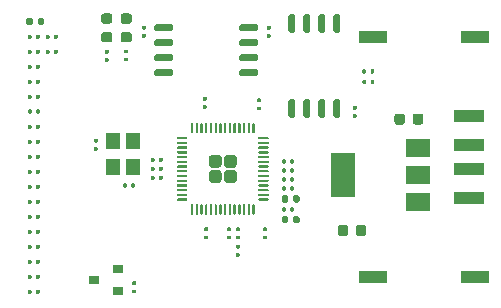
<source format=gbr>
%TF.GenerationSoftware,KiCad,Pcbnew,(5.1.9)-1*%
%TF.CreationDate,2021-09-09T09:31:17+08:00*%
%TF.ProjectId,RP2040,52503230-3430-42e6-9b69-6361645f7063,rev?*%
%TF.SameCoordinates,Original*%
%TF.FileFunction,Paste,Top*%
%TF.FilePolarity,Positive*%
%FSLAX46Y46*%
G04 Gerber Fmt 4.6, Leading zero omitted, Abs format (unit mm)*
G04 Created by KiCad (PCBNEW (5.1.9)-1) date 2021-09-09 09:31:17*
%MOMM*%
%LPD*%
G01*
G04 APERTURE LIST*
%ADD10R,1.200000X1.400000*%
%ADD11R,2.500000X1.100000*%
%ADD12R,2.440000X1.120000*%
%ADD13R,2.000000X1.500000*%
%ADD14R,2.000000X3.800000*%
%ADD15R,0.900000X0.800000*%
G04 APERTURE END LIST*
%TO.C,R6*%
G36*
G01*
X155201200Y-91466500D02*
X155201200Y-91667500D01*
G75*
G02*
X155121700Y-91747000I-79500J0D01*
G01*
X154962700Y-91747000D01*
G75*
G02*
X154883200Y-91667500I0J79500D01*
G01*
X154883200Y-91466500D01*
G75*
G02*
X154962700Y-91387000I79500J0D01*
G01*
X155121700Y-91387000D01*
G75*
G02*
X155201200Y-91466500I0J-79500D01*
G01*
G37*
G36*
G01*
X155891200Y-91466500D02*
X155891200Y-91667500D01*
G75*
G02*
X155811700Y-91747000I-79500J0D01*
G01*
X155652700Y-91747000D01*
G75*
G02*
X155573200Y-91667500I0J79500D01*
G01*
X155573200Y-91466500D01*
G75*
G02*
X155652700Y-91387000I79500J0D01*
G01*
X155811700Y-91387000D01*
G75*
G02*
X155891200Y-91466500I0J-79500D01*
G01*
G37*
%TD*%
%TO.C,R10*%
G36*
G01*
X151029500Y-97036200D02*
X151230500Y-97036200D01*
G75*
G02*
X151310000Y-97115700I0J-79500D01*
G01*
X151310000Y-97274700D01*
G75*
G02*
X151230500Y-97354200I-79500J0D01*
G01*
X151029500Y-97354200D01*
G75*
G02*
X150950000Y-97274700I0J79500D01*
G01*
X150950000Y-97115700D01*
G75*
G02*
X151029500Y-97036200I79500J0D01*
G01*
G37*
G36*
G01*
X151029500Y-96346200D02*
X151230500Y-96346200D01*
G75*
G02*
X151310000Y-96425700I0J-79500D01*
G01*
X151310000Y-96584700D01*
G75*
G02*
X151230500Y-96664200I-79500J0D01*
G01*
X151029500Y-96664200D01*
G75*
G02*
X150950000Y-96584700I0J79500D01*
G01*
X150950000Y-96425700D01*
G75*
G02*
X151029500Y-96346200I79500J0D01*
G01*
G37*
%TD*%
%TO.C,C8*%
G36*
G01*
X155583200Y-89381500D02*
X155583200Y-89180500D01*
G75*
G02*
X155662700Y-89101000I79500J0D01*
G01*
X155821700Y-89101000D01*
G75*
G02*
X155901200Y-89180500I0J-79500D01*
G01*
X155901200Y-89381500D01*
G75*
G02*
X155821700Y-89461000I-79500J0D01*
G01*
X155662700Y-89461000D01*
G75*
G02*
X155583200Y-89381500I0J79500D01*
G01*
G37*
G36*
G01*
X154893200Y-89381500D02*
X154893200Y-89180500D01*
G75*
G02*
X154972700Y-89101000I79500J0D01*
G01*
X155131700Y-89101000D01*
G75*
G02*
X155211200Y-89180500I0J-79500D01*
G01*
X155211200Y-89381500D01*
G75*
G02*
X155131700Y-89461000I-79500J0D01*
G01*
X154972700Y-89461000D01*
G75*
G02*
X154893200Y-89381500I0J79500D01*
G01*
G37*
%TD*%
%TO.C,R7*%
G36*
G01*
X150468500Y-95191000D02*
X150267500Y-95191000D01*
G75*
G02*
X150188000Y-95111500I0J79500D01*
G01*
X150188000Y-94952500D01*
G75*
G02*
X150267500Y-94873000I79500J0D01*
G01*
X150468500Y-94873000D01*
G75*
G02*
X150548000Y-94952500I0J-79500D01*
G01*
X150548000Y-95111500D01*
G75*
G02*
X150468500Y-95191000I-79500J0D01*
G01*
G37*
G36*
G01*
X150468500Y-95881000D02*
X150267500Y-95881000D01*
G75*
G02*
X150188000Y-95801500I0J79500D01*
G01*
X150188000Y-95642500D01*
G75*
G02*
X150267500Y-95563000I79500J0D01*
G01*
X150468500Y-95563000D01*
G75*
G02*
X150548000Y-95642500I0J-79500D01*
G01*
X150548000Y-95801500D01*
G75*
G02*
X150468500Y-95881000I-79500J0D01*
G01*
G37*
%TD*%
D10*
%TO.C,Y1*%
X140551800Y-89771400D03*
X140551800Y-87571400D03*
X142251800Y-87571400D03*
X142251800Y-89771400D03*
%TD*%
D11*
%TO.C,J1*%
X170690000Y-92400000D03*
X170690000Y-85400000D03*
X170690000Y-89900000D03*
X170690000Y-87900000D03*
%TD*%
%TO.C,U2*%
G36*
G01*
X159362000Y-84003800D02*
X159662000Y-84003800D01*
G75*
G02*
X159812000Y-84153800I0J-150000D01*
G01*
X159812000Y-85453800D01*
G75*
G02*
X159662000Y-85603800I-150000J0D01*
G01*
X159362000Y-85603800D01*
G75*
G02*
X159212000Y-85453800I0J150000D01*
G01*
X159212000Y-84153800D01*
G75*
G02*
X159362000Y-84003800I150000J0D01*
G01*
G37*
G36*
G01*
X158092000Y-84003800D02*
X158392000Y-84003800D01*
G75*
G02*
X158542000Y-84153800I0J-150000D01*
G01*
X158542000Y-85453800D01*
G75*
G02*
X158392000Y-85603800I-150000J0D01*
G01*
X158092000Y-85603800D01*
G75*
G02*
X157942000Y-85453800I0J150000D01*
G01*
X157942000Y-84153800D01*
G75*
G02*
X158092000Y-84003800I150000J0D01*
G01*
G37*
G36*
G01*
X156822000Y-84003800D02*
X157122000Y-84003800D01*
G75*
G02*
X157272000Y-84153800I0J-150000D01*
G01*
X157272000Y-85453800D01*
G75*
G02*
X157122000Y-85603800I-150000J0D01*
G01*
X156822000Y-85603800D01*
G75*
G02*
X156672000Y-85453800I0J150000D01*
G01*
X156672000Y-84153800D01*
G75*
G02*
X156822000Y-84003800I150000J0D01*
G01*
G37*
G36*
G01*
X155552000Y-84003800D02*
X155852000Y-84003800D01*
G75*
G02*
X156002000Y-84153800I0J-150000D01*
G01*
X156002000Y-85453800D01*
G75*
G02*
X155852000Y-85603800I-150000J0D01*
G01*
X155552000Y-85603800D01*
G75*
G02*
X155402000Y-85453800I0J150000D01*
G01*
X155402000Y-84153800D01*
G75*
G02*
X155552000Y-84003800I150000J0D01*
G01*
G37*
G36*
G01*
X155552000Y-76803800D02*
X155852000Y-76803800D01*
G75*
G02*
X156002000Y-76953800I0J-150000D01*
G01*
X156002000Y-78253800D01*
G75*
G02*
X155852000Y-78403800I-150000J0D01*
G01*
X155552000Y-78403800D01*
G75*
G02*
X155402000Y-78253800I0J150000D01*
G01*
X155402000Y-76953800D01*
G75*
G02*
X155552000Y-76803800I150000J0D01*
G01*
G37*
G36*
G01*
X156822000Y-76803800D02*
X157122000Y-76803800D01*
G75*
G02*
X157272000Y-76953800I0J-150000D01*
G01*
X157272000Y-78253800D01*
G75*
G02*
X157122000Y-78403800I-150000J0D01*
G01*
X156822000Y-78403800D01*
G75*
G02*
X156672000Y-78253800I0J150000D01*
G01*
X156672000Y-76953800D01*
G75*
G02*
X156822000Y-76803800I150000J0D01*
G01*
G37*
G36*
G01*
X158092000Y-76803800D02*
X158392000Y-76803800D01*
G75*
G02*
X158542000Y-76953800I0J-150000D01*
G01*
X158542000Y-78253800D01*
G75*
G02*
X158392000Y-78403800I-150000J0D01*
G01*
X158092000Y-78403800D01*
G75*
G02*
X157942000Y-78253800I0J150000D01*
G01*
X157942000Y-76953800D01*
G75*
G02*
X158092000Y-76803800I150000J0D01*
G01*
G37*
G36*
G01*
X159362000Y-76803800D02*
X159662000Y-76803800D01*
G75*
G02*
X159812000Y-76953800I0J-150000D01*
G01*
X159812000Y-78253800D01*
G75*
G02*
X159662000Y-78403800I-150000J0D01*
G01*
X159362000Y-78403800D01*
G75*
G02*
X159212000Y-78253800I0J150000D01*
G01*
X159212000Y-76953800D01*
G75*
G02*
X159362000Y-76803800I150000J0D01*
G01*
G37*
%TD*%
%TO.C,U1*%
G36*
G01*
X151263000Y-78128000D02*
X151263000Y-77828000D01*
G75*
G02*
X151413000Y-77678000I150000J0D01*
G01*
X152713000Y-77678000D01*
G75*
G02*
X152863000Y-77828000I0J-150000D01*
G01*
X152863000Y-78128000D01*
G75*
G02*
X152713000Y-78278000I-150000J0D01*
G01*
X151413000Y-78278000D01*
G75*
G02*
X151263000Y-78128000I0J150000D01*
G01*
G37*
G36*
G01*
X151263000Y-79398000D02*
X151263000Y-79098000D01*
G75*
G02*
X151413000Y-78948000I150000J0D01*
G01*
X152713000Y-78948000D01*
G75*
G02*
X152863000Y-79098000I0J-150000D01*
G01*
X152863000Y-79398000D01*
G75*
G02*
X152713000Y-79548000I-150000J0D01*
G01*
X151413000Y-79548000D01*
G75*
G02*
X151263000Y-79398000I0J150000D01*
G01*
G37*
G36*
G01*
X151263000Y-80668000D02*
X151263000Y-80368000D01*
G75*
G02*
X151413000Y-80218000I150000J0D01*
G01*
X152713000Y-80218000D01*
G75*
G02*
X152863000Y-80368000I0J-150000D01*
G01*
X152863000Y-80668000D01*
G75*
G02*
X152713000Y-80818000I-150000J0D01*
G01*
X151413000Y-80818000D01*
G75*
G02*
X151263000Y-80668000I0J150000D01*
G01*
G37*
G36*
G01*
X151263000Y-81938000D02*
X151263000Y-81638000D01*
G75*
G02*
X151413000Y-81488000I150000J0D01*
G01*
X152713000Y-81488000D01*
G75*
G02*
X152863000Y-81638000I0J-150000D01*
G01*
X152863000Y-81938000D01*
G75*
G02*
X152713000Y-82088000I-150000J0D01*
G01*
X151413000Y-82088000D01*
G75*
G02*
X151263000Y-81938000I0J150000D01*
G01*
G37*
G36*
G01*
X144063000Y-81938000D02*
X144063000Y-81638000D01*
G75*
G02*
X144213000Y-81488000I150000J0D01*
G01*
X145513000Y-81488000D01*
G75*
G02*
X145663000Y-81638000I0J-150000D01*
G01*
X145663000Y-81938000D01*
G75*
G02*
X145513000Y-82088000I-150000J0D01*
G01*
X144213000Y-82088000D01*
G75*
G02*
X144063000Y-81938000I0J150000D01*
G01*
G37*
G36*
G01*
X144063000Y-80668000D02*
X144063000Y-80368000D01*
G75*
G02*
X144213000Y-80218000I150000J0D01*
G01*
X145513000Y-80218000D01*
G75*
G02*
X145663000Y-80368000I0J-150000D01*
G01*
X145663000Y-80668000D01*
G75*
G02*
X145513000Y-80818000I-150000J0D01*
G01*
X144213000Y-80818000D01*
G75*
G02*
X144063000Y-80668000I0J150000D01*
G01*
G37*
G36*
G01*
X144063000Y-79398000D02*
X144063000Y-79098000D01*
G75*
G02*
X144213000Y-78948000I150000J0D01*
G01*
X145513000Y-78948000D01*
G75*
G02*
X145663000Y-79098000I0J-150000D01*
G01*
X145663000Y-79398000D01*
G75*
G02*
X145513000Y-79548000I-150000J0D01*
G01*
X144213000Y-79548000D01*
G75*
G02*
X144063000Y-79398000I0J150000D01*
G01*
G37*
G36*
G01*
X144063000Y-78128000D02*
X144063000Y-77828000D01*
G75*
G02*
X144213000Y-77678000I150000J0D01*
G01*
X145513000Y-77678000D01*
G75*
G02*
X145663000Y-77828000I0J-150000D01*
G01*
X145663000Y-78128000D01*
G75*
G02*
X145513000Y-78278000I-150000J0D01*
G01*
X144213000Y-78278000D01*
G75*
G02*
X144063000Y-78128000I0J150000D01*
G01*
G37*
%TD*%
D12*
%TO.C,SW2*%
X171183000Y-99060000D03*
X162573000Y-99060000D03*
%TD*%
%TO.C,R31*%
G36*
G01*
X134044000Y-100430500D02*
X134044000Y-100229500D01*
G75*
G02*
X134123500Y-100150000I79500J0D01*
G01*
X134282500Y-100150000D01*
G75*
G02*
X134362000Y-100229500I0J-79500D01*
G01*
X134362000Y-100430500D01*
G75*
G02*
X134282500Y-100510000I-79500J0D01*
G01*
X134123500Y-100510000D01*
G75*
G02*
X134044000Y-100430500I0J79500D01*
G01*
G37*
G36*
G01*
X133354000Y-100430500D02*
X133354000Y-100229500D01*
G75*
G02*
X133433500Y-100150000I79500J0D01*
G01*
X133592500Y-100150000D01*
G75*
G02*
X133672000Y-100229500I0J-79500D01*
G01*
X133672000Y-100430500D01*
G75*
G02*
X133592500Y-100510000I-79500J0D01*
G01*
X133433500Y-100510000D01*
G75*
G02*
X133354000Y-100430500I0J79500D01*
G01*
G37*
%TD*%
%TO.C,R30*%
G36*
G01*
X134044000Y-97890500D02*
X134044000Y-97689500D01*
G75*
G02*
X134123500Y-97610000I79500J0D01*
G01*
X134282500Y-97610000D01*
G75*
G02*
X134362000Y-97689500I0J-79500D01*
G01*
X134362000Y-97890500D01*
G75*
G02*
X134282500Y-97970000I-79500J0D01*
G01*
X134123500Y-97970000D01*
G75*
G02*
X134044000Y-97890500I0J79500D01*
G01*
G37*
G36*
G01*
X133354000Y-97890500D02*
X133354000Y-97689500D01*
G75*
G02*
X133433500Y-97610000I79500J0D01*
G01*
X133592500Y-97610000D01*
G75*
G02*
X133672000Y-97689500I0J-79500D01*
G01*
X133672000Y-97890500D01*
G75*
G02*
X133592500Y-97970000I-79500J0D01*
G01*
X133433500Y-97970000D01*
G75*
G02*
X133354000Y-97890500I0J79500D01*
G01*
G37*
%TD*%
%TO.C,R29*%
G36*
G01*
X134044000Y-95350500D02*
X134044000Y-95149500D01*
G75*
G02*
X134123500Y-95070000I79500J0D01*
G01*
X134282500Y-95070000D01*
G75*
G02*
X134362000Y-95149500I0J-79500D01*
G01*
X134362000Y-95350500D01*
G75*
G02*
X134282500Y-95430000I-79500J0D01*
G01*
X134123500Y-95430000D01*
G75*
G02*
X134044000Y-95350500I0J79500D01*
G01*
G37*
G36*
G01*
X133354000Y-95350500D02*
X133354000Y-95149500D01*
G75*
G02*
X133433500Y-95070000I79500J0D01*
G01*
X133592500Y-95070000D01*
G75*
G02*
X133672000Y-95149500I0J-79500D01*
G01*
X133672000Y-95350500D01*
G75*
G02*
X133592500Y-95430000I-79500J0D01*
G01*
X133433500Y-95430000D01*
G75*
G02*
X133354000Y-95350500I0J79500D01*
G01*
G37*
%TD*%
%TO.C,R28*%
G36*
G01*
X134044000Y-92810500D02*
X134044000Y-92609500D01*
G75*
G02*
X134123500Y-92530000I79500J0D01*
G01*
X134282500Y-92530000D01*
G75*
G02*
X134362000Y-92609500I0J-79500D01*
G01*
X134362000Y-92810500D01*
G75*
G02*
X134282500Y-92890000I-79500J0D01*
G01*
X134123500Y-92890000D01*
G75*
G02*
X134044000Y-92810500I0J79500D01*
G01*
G37*
G36*
G01*
X133354000Y-92810500D02*
X133354000Y-92609500D01*
G75*
G02*
X133433500Y-92530000I79500J0D01*
G01*
X133592500Y-92530000D01*
G75*
G02*
X133672000Y-92609500I0J-79500D01*
G01*
X133672000Y-92810500D01*
G75*
G02*
X133592500Y-92890000I-79500J0D01*
G01*
X133433500Y-92890000D01*
G75*
G02*
X133354000Y-92810500I0J79500D01*
G01*
G37*
%TD*%
%TO.C,R27*%
G36*
G01*
X134044000Y-90270500D02*
X134044000Y-90069500D01*
G75*
G02*
X134123500Y-89990000I79500J0D01*
G01*
X134282500Y-89990000D01*
G75*
G02*
X134362000Y-90069500I0J-79500D01*
G01*
X134362000Y-90270500D01*
G75*
G02*
X134282500Y-90350000I-79500J0D01*
G01*
X134123500Y-90350000D01*
G75*
G02*
X134044000Y-90270500I0J79500D01*
G01*
G37*
G36*
G01*
X133354000Y-90270500D02*
X133354000Y-90069500D01*
G75*
G02*
X133433500Y-89990000I79500J0D01*
G01*
X133592500Y-89990000D01*
G75*
G02*
X133672000Y-90069500I0J-79500D01*
G01*
X133672000Y-90270500D01*
G75*
G02*
X133592500Y-90350000I-79500J0D01*
G01*
X133433500Y-90350000D01*
G75*
G02*
X133354000Y-90270500I0J79500D01*
G01*
G37*
%TD*%
%TO.C,R26*%
G36*
G01*
X134044000Y-87730500D02*
X134044000Y-87529500D01*
G75*
G02*
X134123500Y-87450000I79500J0D01*
G01*
X134282500Y-87450000D01*
G75*
G02*
X134362000Y-87529500I0J-79500D01*
G01*
X134362000Y-87730500D01*
G75*
G02*
X134282500Y-87810000I-79500J0D01*
G01*
X134123500Y-87810000D01*
G75*
G02*
X134044000Y-87730500I0J79500D01*
G01*
G37*
G36*
G01*
X133354000Y-87730500D02*
X133354000Y-87529500D01*
G75*
G02*
X133433500Y-87450000I79500J0D01*
G01*
X133592500Y-87450000D01*
G75*
G02*
X133672000Y-87529500I0J-79500D01*
G01*
X133672000Y-87730500D01*
G75*
G02*
X133592500Y-87810000I-79500J0D01*
G01*
X133433500Y-87810000D01*
G75*
G02*
X133354000Y-87730500I0J79500D01*
G01*
G37*
%TD*%
%TO.C,R25*%
G36*
G01*
X134044000Y-85165100D02*
X134044000Y-84964100D01*
G75*
G02*
X134123500Y-84884600I79500J0D01*
G01*
X134282500Y-84884600D01*
G75*
G02*
X134362000Y-84964100I0J-79500D01*
G01*
X134362000Y-85165100D01*
G75*
G02*
X134282500Y-85244600I-79500J0D01*
G01*
X134123500Y-85244600D01*
G75*
G02*
X134044000Y-85165100I0J79500D01*
G01*
G37*
G36*
G01*
X133354000Y-85165100D02*
X133354000Y-84964100D01*
G75*
G02*
X133433500Y-84884600I79500J0D01*
G01*
X133592500Y-84884600D01*
G75*
G02*
X133672000Y-84964100I0J-79500D01*
G01*
X133672000Y-85165100D01*
G75*
G02*
X133592500Y-85244600I-79500J0D01*
G01*
X133433500Y-85244600D01*
G75*
G02*
X133354000Y-85165100I0J79500D01*
G01*
G37*
%TD*%
%TO.C,R24*%
G36*
G01*
X134044000Y-82650500D02*
X134044000Y-82449500D01*
G75*
G02*
X134123500Y-82370000I79500J0D01*
G01*
X134282500Y-82370000D01*
G75*
G02*
X134362000Y-82449500I0J-79500D01*
G01*
X134362000Y-82650500D01*
G75*
G02*
X134282500Y-82730000I-79500J0D01*
G01*
X134123500Y-82730000D01*
G75*
G02*
X134044000Y-82650500I0J79500D01*
G01*
G37*
G36*
G01*
X133354000Y-82650500D02*
X133354000Y-82449500D01*
G75*
G02*
X133433500Y-82370000I79500J0D01*
G01*
X133592500Y-82370000D01*
G75*
G02*
X133672000Y-82449500I0J-79500D01*
G01*
X133672000Y-82650500D01*
G75*
G02*
X133592500Y-82730000I-79500J0D01*
G01*
X133433500Y-82730000D01*
G75*
G02*
X133354000Y-82650500I0J79500D01*
G01*
G37*
%TD*%
%TO.C,R23*%
G36*
G01*
X134044000Y-80110500D02*
X134044000Y-79909500D01*
G75*
G02*
X134123500Y-79830000I79500J0D01*
G01*
X134282500Y-79830000D01*
G75*
G02*
X134362000Y-79909500I0J-79500D01*
G01*
X134362000Y-80110500D01*
G75*
G02*
X134282500Y-80190000I-79500J0D01*
G01*
X134123500Y-80190000D01*
G75*
G02*
X134044000Y-80110500I0J79500D01*
G01*
G37*
G36*
G01*
X133354000Y-80110500D02*
X133354000Y-79909500D01*
G75*
G02*
X133433500Y-79830000I79500J0D01*
G01*
X133592500Y-79830000D01*
G75*
G02*
X133672000Y-79909500I0J-79500D01*
G01*
X133672000Y-80110500D01*
G75*
G02*
X133592500Y-80190000I-79500J0D01*
G01*
X133433500Y-80190000D01*
G75*
G02*
X133354000Y-80110500I0J79500D01*
G01*
G37*
%TD*%
%TO.C,R20*%
G36*
G01*
X133672000Y-98959500D02*
X133672000Y-99160500D01*
G75*
G02*
X133592500Y-99240000I-79500J0D01*
G01*
X133433500Y-99240000D01*
G75*
G02*
X133354000Y-99160500I0J79500D01*
G01*
X133354000Y-98959500D01*
G75*
G02*
X133433500Y-98880000I79500J0D01*
G01*
X133592500Y-98880000D01*
G75*
G02*
X133672000Y-98959500I0J-79500D01*
G01*
G37*
G36*
G01*
X134362000Y-98959500D02*
X134362000Y-99160500D01*
G75*
G02*
X134282500Y-99240000I-79500J0D01*
G01*
X134123500Y-99240000D01*
G75*
G02*
X134044000Y-99160500I0J79500D01*
G01*
X134044000Y-98959500D01*
G75*
G02*
X134123500Y-98880000I79500J0D01*
G01*
X134282500Y-98880000D01*
G75*
G02*
X134362000Y-98959500I0J-79500D01*
G01*
G37*
%TD*%
%TO.C,R19*%
G36*
G01*
X133672000Y-96419500D02*
X133672000Y-96620500D01*
G75*
G02*
X133592500Y-96700000I-79500J0D01*
G01*
X133433500Y-96700000D01*
G75*
G02*
X133354000Y-96620500I0J79500D01*
G01*
X133354000Y-96419500D01*
G75*
G02*
X133433500Y-96340000I79500J0D01*
G01*
X133592500Y-96340000D01*
G75*
G02*
X133672000Y-96419500I0J-79500D01*
G01*
G37*
G36*
G01*
X134362000Y-96419500D02*
X134362000Y-96620500D01*
G75*
G02*
X134282500Y-96700000I-79500J0D01*
G01*
X134123500Y-96700000D01*
G75*
G02*
X134044000Y-96620500I0J79500D01*
G01*
X134044000Y-96419500D01*
G75*
G02*
X134123500Y-96340000I79500J0D01*
G01*
X134282500Y-96340000D01*
G75*
G02*
X134362000Y-96419500I0J-79500D01*
G01*
G37*
%TD*%
%TO.C,R18*%
G36*
G01*
X133672000Y-93879500D02*
X133672000Y-94080500D01*
G75*
G02*
X133592500Y-94160000I-79500J0D01*
G01*
X133433500Y-94160000D01*
G75*
G02*
X133354000Y-94080500I0J79500D01*
G01*
X133354000Y-93879500D01*
G75*
G02*
X133433500Y-93800000I79500J0D01*
G01*
X133592500Y-93800000D01*
G75*
G02*
X133672000Y-93879500I0J-79500D01*
G01*
G37*
G36*
G01*
X134362000Y-93879500D02*
X134362000Y-94080500D01*
G75*
G02*
X134282500Y-94160000I-79500J0D01*
G01*
X134123500Y-94160000D01*
G75*
G02*
X134044000Y-94080500I0J79500D01*
G01*
X134044000Y-93879500D01*
G75*
G02*
X134123500Y-93800000I79500J0D01*
G01*
X134282500Y-93800000D01*
G75*
G02*
X134362000Y-93879500I0J-79500D01*
G01*
G37*
%TD*%
%TO.C,R17*%
G36*
G01*
X133672000Y-91339500D02*
X133672000Y-91540500D01*
G75*
G02*
X133592500Y-91620000I-79500J0D01*
G01*
X133433500Y-91620000D01*
G75*
G02*
X133354000Y-91540500I0J79500D01*
G01*
X133354000Y-91339500D01*
G75*
G02*
X133433500Y-91260000I79500J0D01*
G01*
X133592500Y-91260000D01*
G75*
G02*
X133672000Y-91339500I0J-79500D01*
G01*
G37*
G36*
G01*
X134362000Y-91339500D02*
X134362000Y-91540500D01*
G75*
G02*
X134282500Y-91620000I-79500J0D01*
G01*
X134123500Y-91620000D01*
G75*
G02*
X134044000Y-91540500I0J79500D01*
G01*
X134044000Y-91339500D01*
G75*
G02*
X134123500Y-91260000I79500J0D01*
G01*
X134282500Y-91260000D01*
G75*
G02*
X134362000Y-91339500I0J-79500D01*
G01*
G37*
%TD*%
%TO.C,R16*%
G36*
G01*
X133672000Y-88799500D02*
X133672000Y-89000500D01*
G75*
G02*
X133592500Y-89080000I-79500J0D01*
G01*
X133433500Y-89080000D01*
G75*
G02*
X133354000Y-89000500I0J79500D01*
G01*
X133354000Y-88799500D01*
G75*
G02*
X133433500Y-88720000I79500J0D01*
G01*
X133592500Y-88720000D01*
G75*
G02*
X133672000Y-88799500I0J-79500D01*
G01*
G37*
G36*
G01*
X134362000Y-88799500D02*
X134362000Y-89000500D01*
G75*
G02*
X134282500Y-89080000I-79500J0D01*
G01*
X134123500Y-89080000D01*
G75*
G02*
X134044000Y-89000500I0J79500D01*
G01*
X134044000Y-88799500D01*
G75*
G02*
X134123500Y-88720000I79500J0D01*
G01*
X134282500Y-88720000D01*
G75*
G02*
X134362000Y-88799500I0J-79500D01*
G01*
G37*
%TD*%
%TO.C,R15*%
G36*
G01*
X133672000Y-86259500D02*
X133672000Y-86460500D01*
G75*
G02*
X133592500Y-86540000I-79500J0D01*
G01*
X133433500Y-86540000D01*
G75*
G02*
X133354000Y-86460500I0J79500D01*
G01*
X133354000Y-86259500D01*
G75*
G02*
X133433500Y-86180000I79500J0D01*
G01*
X133592500Y-86180000D01*
G75*
G02*
X133672000Y-86259500I0J-79500D01*
G01*
G37*
G36*
G01*
X134362000Y-86259500D02*
X134362000Y-86460500D01*
G75*
G02*
X134282500Y-86540000I-79500J0D01*
G01*
X134123500Y-86540000D01*
G75*
G02*
X134044000Y-86460500I0J79500D01*
G01*
X134044000Y-86259500D01*
G75*
G02*
X134123500Y-86180000I79500J0D01*
G01*
X134282500Y-86180000D01*
G75*
G02*
X134362000Y-86259500I0J-79500D01*
G01*
G37*
%TD*%
%TO.C,R14*%
G36*
G01*
X133672000Y-83719500D02*
X133672000Y-83920500D01*
G75*
G02*
X133592500Y-84000000I-79500J0D01*
G01*
X133433500Y-84000000D01*
G75*
G02*
X133354000Y-83920500I0J79500D01*
G01*
X133354000Y-83719500D01*
G75*
G02*
X133433500Y-83640000I79500J0D01*
G01*
X133592500Y-83640000D01*
G75*
G02*
X133672000Y-83719500I0J-79500D01*
G01*
G37*
G36*
G01*
X134362000Y-83719500D02*
X134362000Y-83920500D01*
G75*
G02*
X134282500Y-84000000I-79500J0D01*
G01*
X134123500Y-84000000D01*
G75*
G02*
X134044000Y-83920500I0J79500D01*
G01*
X134044000Y-83719500D01*
G75*
G02*
X134123500Y-83640000I79500J0D01*
G01*
X134282500Y-83640000D01*
G75*
G02*
X134362000Y-83719500I0J-79500D01*
G01*
G37*
%TD*%
%TO.C,R13*%
G36*
G01*
X133672000Y-81179500D02*
X133672000Y-81380500D01*
G75*
G02*
X133592500Y-81460000I-79500J0D01*
G01*
X133433500Y-81460000D01*
G75*
G02*
X133354000Y-81380500I0J79500D01*
G01*
X133354000Y-81179500D01*
G75*
G02*
X133433500Y-81100000I79500J0D01*
G01*
X133592500Y-81100000D01*
G75*
G02*
X133672000Y-81179500I0J-79500D01*
G01*
G37*
G36*
G01*
X134362000Y-81179500D02*
X134362000Y-81380500D01*
G75*
G02*
X134282500Y-81460000I-79500J0D01*
G01*
X134123500Y-81460000D01*
G75*
G02*
X134044000Y-81380500I0J79500D01*
G01*
X134044000Y-81179500D01*
G75*
G02*
X134123500Y-81100000I79500J0D01*
G01*
X134282500Y-81100000D01*
G75*
G02*
X134362000Y-81179500I0J-79500D01*
G01*
G37*
%TD*%
%TO.C,R12*%
G36*
G01*
X133672000Y-78639500D02*
X133672000Y-78840500D01*
G75*
G02*
X133592500Y-78920000I-79500J0D01*
G01*
X133433500Y-78920000D01*
G75*
G02*
X133354000Y-78840500I0J79500D01*
G01*
X133354000Y-78639500D01*
G75*
G02*
X133433500Y-78560000I79500J0D01*
G01*
X133592500Y-78560000D01*
G75*
G02*
X133672000Y-78639500I0J-79500D01*
G01*
G37*
G36*
G01*
X134362000Y-78639500D02*
X134362000Y-78840500D01*
G75*
G02*
X134282500Y-78920000I-79500J0D01*
G01*
X134123500Y-78920000D01*
G75*
G02*
X134044000Y-78840500I0J79500D01*
G01*
X134044000Y-78639500D01*
G75*
G02*
X134123500Y-78560000I79500J0D01*
G01*
X134282500Y-78560000D01*
G75*
G02*
X134362000Y-78639500I0J-79500D01*
G01*
G37*
%TD*%
%TO.C,R2*%
G36*
G01*
X143280300Y-78122200D02*
X143079300Y-78122200D01*
G75*
G02*
X142999800Y-78042700I0J79500D01*
G01*
X142999800Y-77883700D01*
G75*
G02*
X143079300Y-77804200I79500J0D01*
G01*
X143280300Y-77804200D01*
G75*
G02*
X143359800Y-77883700I0J-79500D01*
G01*
X143359800Y-78042700D01*
G75*
G02*
X143280300Y-78122200I-79500J0D01*
G01*
G37*
G36*
G01*
X143280300Y-78812200D02*
X143079300Y-78812200D01*
G75*
G02*
X142999800Y-78732700I0J79500D01*
G01*
X142999800Y-78573700D01*
G75*
G02*
X143079300Y-78494200I79500J0D01*
G01*
X143280300Y-78494200D01*
G75*
G02*
X143359800Y-78573700I0J-79500D01*
G01*
X143359800Y-78732700D01*
G75*
G02*
X143280300Y-78812200I-79500J0D01*
G01*
G37*
%TD*%
%TO.C,C17*%
G36*
G01*
X133785000Y-77274600D02*
X133785000Y-77614600D01*
G75*
G02*
X133645000Y-77754600I-140000J0D01*
G01*
X133365000Y-77754600D01*
G75*
G02*
X133225000Y-77614600I0J140000D01*
G01*
X133225000Y-77274600D01*
G75*
G02*
X133365000Y-77134600I140000J0D01*
G01*
X133645000Y-77134600D01*
G75*
G02*
X133785000Y-77274600I0J-140000D01*
G01*
G37*
G36*
G01*
X134745000Y-77274600D02*
X134745000Y-77614600D01*
G75*
G02*
X134605000Y-77754600I-140000J0D01*
G01*
X134325000Y-77754600D01*
G75*
G02*
X134185000Y-77614600I0J140000D01*
G01*
X134185000Y-77274600D01*
G75*
G02*
X134325000Y-77134600I140000J0D01*
G01*
X134605000Y-77134600D01*
G75*
G02*
X134745000Y-77274600I0J-140000D01*
G01*
G37*
%TD*%
%TO.C,C3*%
G36*
G01*
X153645700Y-78494200D02*
X153846700Y-78494200D01*
G75*
G02*
X153926200Y-78573700I0J-79500D01*
G01*
X153926200Y-78732700D01*
G75*
G02*
X153846700Y-78812200I-79500J0D01*
G01*
X153645700Y-78812200D01*
G75*
G02*
X153566200Y-78732700I0J79500D01*
G01*
X153566200Y-78573700D01*
G75*
G02*
X153645700Y-78494200I79500J0D01*
G01*
G37*
G36*
G01*
X153645700Y-77804200D02*
X153846700Y-77804200D01*
G75*
G02*
X153926200Y-77883700I0J-79500D01*
G01*
X153926200Y-78042700D01*
G75*
G02*
X153846700Y-78122200I-79500J0D01*
G01*
X153645700Y-78122200D01*
G75*
G02*
X153566200Y-78042700I0J79500D01*
G01*
X153566200Y-77883700D01*
G75*
G02*
X153645700Y-77804200I79500J0D01*
G01*
G37*
%TD*%
%TO.C,R32*%
G36*
G01*
X135568000Y-80110500D02*
X135568000Y-79909500D01*
G75*
G02*
X135647500Y-79830000I79500J0D01*
G01*
X135806500Y-79830000D01*
G75*
G02*
X135886000Y-79909500I0J-79500D01*
G01*
X135886000Y-80110500D01*
G75*
G02*
X135806500Y-80190000I-79500J0D01*
G01*
X135647500Y-80190000D01*
G75*
G02*
X135568000Y-80110500I0J79500D01*
G01*
G37*
G36*
G01*
X134878000Y-80110500D02*
X134878000Y-79909500D01*
G75*
G02*
X134957500Y-79830000I79500J0D01*
G01*
X135116500Y-79830000D01*
G75*
G02*
X135196000Y-79909500I0J-79500D01*
G01*
X135196000Y-80110500D01*
G75*
G02*
X135116500Y-80190000I-79500J0D01*
G01*
X134957500Y-80190000D01*
G75*
G02*
X134878000Y-80110500I0J79500D01*
G01*
G37*
%TD*%
%TO.C,C10*%
G36*
G01*
X155800400Y-94378600D02*
X155800400Y-94038600D01*
G75*
G02*
X155940400Y-93898600I140000J0D01*
G01*
X156220400Y-93898600D01*
G75*
G02*
X156360400Y-94038600I0J-140000D01*
G01*
X156360400Y-94378600D01*
G75*
G02*
X156220400Y-94518600I-140000J0D01*
G01*
X155940400Y-94518600D01*
G75*
G02*
X155800400Y-94378600I0J140000D01*
G01*
G37*
G36*
G01*
X154840400Y-94378600D02*
X154840400Y-94038600D01*
G75*
G02*
X154980400Y-93898600I140000J0D01*
G01*
X155260400Y-93898600D01*
G75*
G02*
X155400400Y-94038600I0J-140000D01*
G01*
X155400400Y-94378600D01*
G75*
G02*
X155260400Y-94518600I-140000J0D01*
G01*
X154980400Y-94518600D01*
G75*
G02*
X154840400Y-94378600I0J140000D01*
G01*
G37*
%TD*%
%TO.C,C9*%
G36*
G01*
X155800400Y-92626000D02*
X155800400Y-92286000D01*
G75*
G02*
X155940400Y-92146000I140000J0D01*
G01*
X156220400Y-92146000D01*
G75*
G02*
X156360400Y-92286000I0J-140000D01*
G01*
X156360400Y-92626000D01*
G75*
G02*
X156220400Y-92766000I-140000J0D01*
G01*
X155940400Y-92766000D01*
G75*
G02*
X155800400Y-92626000I0J140000D01*
G01*
G37*
G36*
G01*
X154840400Y-92626000D02*
X154840400Y-92286000D01*
G75*
G02*
X154980400Y-92146000I140000J0D01*
G01*
X155260400Y-92146000D01*
G75*
G02*
X155400400Y-92286000I0J-140000D01*
G01*
X155400400Y-92626000D01*
G75*
G02*
X155260400Y-92766000I-140000J0D01*
G01*
X154980400Y-92766000D01*
G75*
G02*
X154840400Y-92626000I0J140000D01*
G01*
G37*
%TD*%
%TO.C,C4*%
G36*
G01*
X160935500Y-85276000D02*
X161136500Y-85276000D01*
G75*
G02*
X161216000Y-85355500I0J-79500D01*
G01*
X161216000Y-85514500D01*
G75*
G02*
X161136500Y-85594000I-79500J0D01*
G01*
X160935500Y-85594000D01*
G75*
G02*
X160856000Y-85514500I0J79500D01*
G01*
X160856000Y-85355500D01*
G75*
G02*
X160935500Y-85276000I79500J0D01*
G01*
G37*
G36*
G01*
X160935500Y-84586000D02*
X161136500Y-84586000D01*
G75*
G02*
X161216000Y-84665500I0J-79500D01*
G01*
X161216000Y-84824500D01*
G75*
G02*
X161136500Y-84904000I-79500J0D01*
G01*
X160935500Y-84904000D01*
G75*
G02*
X160856000Y-84824500I0J79500D01*
G01*
X160856000Y-84665500D01*
G75*
G02*
X160935500Y-84586000I79500J0D01*
G01*
G37*
%TD*%
%TO.C,C2*%
G36*
G01*
X142095800Y-91413500D02*
X142095800Y-91212500D01*
G75*
G02*
X142175300Y-91133000I79500J0D01*
G01*
X142334300Y-91133000D01*
G75*
G02*
X142413800Y-91212500I0J-79500D01*
G01*
X142413800Y-91413500D01*
G75*
G02*
X142334300Y-91493000I-79500J0D01*
G01*
X142175300Y-91493000D01*
G75*
G02*
X142095800Y-91413500I0J79500D01*
G01*
G37*
G36*
G01*
X141405800Y-91413500D02*
X141405800Y-91212500D01*
G75*
G02*
X141485300Y-91133000I79500J0D01*
G01*
X141644300Y-91133000D01*
G75*
G02*
X141723800Y-91212500I0J-79500D01*
G01*
X141723800Y-91413500D01*
G75*
G02*
X141644300Y-91493000I-79500J0D01*
G01*
X141485300Y-91493000D01*
G75*
G02*
X141405800Y-91413500I0J79500D01*
G01*
G37*
%TD*%
%TO.C,C1*%
G36*
G01*
X139216300Y-87698000D02*
X139015300Y-87698000D01*
G75*
G02*
X138935800Y-87618500I0J79500D01*
G01*
X138935800Y-87459500D01*
G75*
G02*
X139015300Y-87380000I79500J0D01*
G01*
X139216300Y-87380000D01*
G75*
G02*
X139295800Y-87459500I0J-79500D01*
G01*
X139295800Y-87618500D01*
G75*
G02*
X139216300Y-87698000I-79500J0D01*
G01*
G37*
G36*
G01*
X139216300Y-88388000D02*
X139015300Y-88388000D01*
G75*
G02*
X138935800Y-88308500I0J79500D01*
G01*
X138935800Y-88149500D01*
G75*
G02*
X139015300Y-88070000I79500J0D01*
G01*
X139216300Y-88070000D01*
G75*
G02*
X139295800Y-88149500I0J-79500D01*
G01*
X139295800Y-88308500D01*
G75*
G02*
X139216300Y-88388000I-79500J0D01*
G01*
G37*
%TD*%
%TO.C,R11*%
G36*
G01*
X135568000Y-78840500D02*
X135568000Y-78639500D01*
G75*
G02*
X135647500Y-78560000I79500J0D01*
G01*
X135806500Y-78560000D01*
G75*
G02*
X135886000Y-78639500I0J-79500D01*
G01*
X135886000Y-78840500D01*
G75*
G02*
X135806500Y-78920000I-79500J0D01*
G01*
X135647500Y-78920000D01*
G75*
G02*
X135568000Y-78840500I0J79500D01*
G01*
G37*
G36*
G01*
X134878000Y-78840500D02*
X134878000Y-78639500D01*
G75*
G02*
X134957500Y-78560000I79500J0D01*
G01*
X135116500Y-78560000D01*
G75*
G02*
X135196000Y-78639500I0J-79500D01*
G01*
X135196000Y-78840500D01*
G75*
G02*
X135116500Y-78920000I-79500J0D01*
G01*
X134957500Y-78920000D01*
G75*
G02*
X134878000Y-78840500I0J79500D01*
G01*
G37*
%TD*%
%TO.C,R22*%
G36*
G01*
X140130700Y-80154200D02*
X139929700Y-80154200D01*
G75*
G02*
X139850200Y-80074700I0J79500D01*
G01*
X139850200Y-79915700D01*
G75*
G02*
X139929700Y-79836200I79500J0D01*
G01*
X140130700Y-79836200D01*
G75*
G02*
X140210200Y-79915700I0J-79500D01*
G01*
X140210200Y-80074700D01*
G75*
G02*
X140130700Y-80154200I-79500J0D01*
G01*
G37*
G36*
G01*
X140130700Y-80844200D02*
X139929700Y-80844200D01*
G75*
G02*
X139850200Y-80764700I0J79500D01*
G01*
X139850200Y-80605700D01*
G75*
G02*
X139929700Y-80526200I79500J0D01*
G01*
X140130700Y-80526200D01*
G75*
G02*
X140210200Y-80605700I0J-79500D01*
G01*
X140210200Y-80764700D01*
G75*
G02*
X140130700Y-80844200I-79500J0D01*
G01*
G37*
%TD*%
%TO.C,R21*%
G36*
G01*
X141781700Y-80128800D02*
X141580700Y-80128800D01*
G75*
G02*
X141501200Y-80049300I0J79500D01*
G01*
X141501200Y-79890300D01*
G75*
G02*
X141580700Y-79810800I79500J0D01*
G01*
X141781700Y-79810800D01*
G75*
G02*
X141861200Y-79890300I0J-79500D01*
G01*
X141861200Y-80049300D01*
G75*
G02*
X141781700Y-80128800I-79500J0D01*
G01*
G37*
G36*
G01*
X141781700Y-80818800D02*
X141580700Y-80818800D01*
G75*
G02*
X141501200Y-80739300I0J79500D01*
G01*
X141501200Y-80580300D01*
G75*
G02*
X141580700Y-80500800I79500J0D01*
G01*
X141781700Y-80500800D01*
G75*
G02*
X141861200Y-80580300I0J-79500D01*
G01*
X141861200Y-80739300D01*
G75*
G02*
X141781700Y-80818800I-79500J0D01*
G01*
G37*
%TD*%
%TO.C,R9*%
G36*
G01*
X142467500Y-99763000D02*
X142266500Y-99763000D01*
G75*
G02*
X142187000Y-99683500I0J79500D01*
G01*
X142187000Y-99524500D01*
G75*
G02*
X142266500Y-99445000I79500J0D01*
G01*
X142467500Y-99445000D01*
G75*
G02*
X142547000Y-99524500I0J-79500D01*
G01*
X142547000Y-99683500D01*
G75*
G02*
X142467500Y-99763000I-79500J0D01*
G01*
G37*
G36*
G01*
X142467500Y-100453000D02*
X142266500Y-100453000D01*
G75*
G02*
X142187000Y-100373500I0J79500D01*
G01*
X142187000Y-100214500D01*
G75*
G02*
X142266500Y-100135000I79500J0D01*
G01*
X142467500Y-100135000D01*
G75*
G02*
X142547000Y-100214500I0J-79500D01*
G01*
X142547000Y-100373500D01*
G75*
G02*
X142467500Y-100453000I-79500J0D01*
G01*
G37*
%TD*%
%TO.C,R8*%
G36*
G01*
X151230500Y-95191000D02*
X151029500Y-95191000D01*
G75*
G02*
X150950000Y-95111500I0J79500D01*
G01*
X150950000Y-94952500D01*
G75*
G02*
X151029500Y-94873000I79500J0D01*
G01*
X151230500Y-94873000D01*
G75*
G02*
X151310000Y-94952500I0J-79500D01*
G01*
X151310000Y-95111500D01*
G75*
G02*
X151230500Y-95191000I-79500J0D01*
G01*
G37*
G36*
G01*
X151230500Y-95881000D02*
X151029500Y-95881000D01*
G75*
G02*
X150950000Y-95801500I0J79500D01*
G01*
X150950000Y-95642500D01*
G75*
G02*
X151029500Y-95563000I79500J0D01*
G01*
X151230500Y-95563000D01*
G75*
G02*
X151310000Y-95642500I0J-79500D01*
G01*
X151310000Y-95801500D01*
G75*
G02*
X151230500Y-95881000I-79500J0D01*
G01*
G37*
%TD*%
%TO.C,R5*%
G36*
G01*
X155201200Y-90704500D02*
X155201200Y-90905500D01*
G75*
G02*
X155121700Y-90985000I-79500J0D01*
G01*
X154962700Y-90985000D01*
G75*
G02*
X154883200Y-90905500I0J79500D01*
G01*
X154883200Y-90704500D01*
G75*
G02*
X154962700Y-90625000I79500J0D01*
G01*
X155121700Y-90625000D01*
G75*
G02*
X155201200Y-90704500I0J-79500D01*
G01*
G37*
G36*
G01*
X155891200Y-90704500D02*
X155891200Y-90905500D01*
G75*
G02*
X155811700Y-90985000I-79500J0D01*
G01*
X155652700Y-90985000D01*
G75*
G02*
X155573200Y-90905500I0J79500D01*
G01*
X155573200Y-90704500D01*
G75*
G02*
X155652700Y-90625000I79500J0D01*
G01*
X155811700Y-90625000D01*
G75*
G02*
X155891200Y-90704500I0J-79500D01*
G01*
G37*
%TD*%
%TO.C,R4*%
G36*
G01*
X144086000Y-89053500D02*
X144086000Y-89254500D01*
G75*
G02*
X144006500Y-89334000I-79500J0D01*
G01*
X143847500Y-89334000D01*
G75*
G02*
X143768000Y-89254500I0J79500D01*
G01*
X143768000Y-89053500D01*
G75*
G02*
X143847500Y-88974000I79500J0D01*
G01*
X144006500Y-88974000D01*
G75*
G02*
X144086000Y-89053500I0J-79500D01*
G01*
G37*
G36*
G01*
X144776000Y-89053500D02*
X144776000Y-89254500D01*
G75*
G02*
X144696500Y-89334000I-79500J0D01*
G01*
X144537500Y-89334000D01*
G75*
G02*
X144458000Y-89254500I0J79500D01*
G01*
X144458000Y-89053500D01*
G75*
G02*
X144537500Y-88974000I79500J0D01*
G01*
X144696500Y-88974000D01*
G75*
G02*
X144776000Y-89053500I0J-79500D01*
G01*
G37*
%TD*%
%TO.C,R3*%
G36*
G01*
X161993000Y-82449500D02*
X161993000Y-82650500D01*
G75*
G02*
X161913500Y-82730000I-79500J0D01*
G01*
X161754500Y-82730000D01*
G75*
G02*
X161675000Y-82650500I0J79500D01*
G01*
X161675000Y-82449500D01*
G75*
G02*
X161754500Y-82370000I79500J0D01*
G01*
X161913500Y-82370000D01*
G75*
G02*
X161993000Y-82449500I0J-79500D01*
G01*
G37*
G36*
G01*
X162683000Y-82449500D02*
X162683000Y-82650500D01*
G75*
G02*
X162603500Y-82730000I-79500J0D01*
G01*
X162444500Y-82730000D01*
G75*
G02*
X162365000Y-82650500I0J79500D01*
G01*
X162365000Y-82449500D01*
G75*
G02*
X162444500Y-82370000I79500J0D01*
G01*
X162603500Y-82370000D01*
G75*
G02*
X162683000Y-82449500I0J-79500D01*
G01*
G37*
%TD*%
%TO.C,R1*%
G36*
G01*
X162365000Y-81761500D02*
X162365000Y-81560500D01*
G75*
G02*
X162444500Y-81481000I79500J0D01*
G01*
X162603500Y-81481000D01*
G75*
G02*
X162683000Y-81560500I0J-79500D01*
G01*
X162683000Y-81761500D01*
G75*
G02*
X162603500Y-81841000I-79500J0D01*
G01*
X162444500Y-81841000D01*
G75*
G02*
X162365000Y-81761500I0J79500D01*
G01*
G37*
G36*
G01*
X161675000Y-81761500D02*
X161675000Y-81560500D01*
G75*
G02*
X161754500Y-81481000I79500J0D01*
G01*
X161913500Y-81481000D01*
G75*
G02*
X161993000Y-81560500I0J-79500D01*
G01*
X161993000Y-81761500D01*
G75*
G02*
X161913500Y-81841000I-79500J0D01*
G01*
X161754500Y-81841000D01*
G75*
G02*
X161675000Y-81761500I0J79500D01*
G01*
G37*
%TD*%
%TO.C,C18*%
G36*
G01*
X155583200Y-93445500D02*
X155583200Y-93244500D01*
G75*
G02*
X155662700Y-93165000I79500J0D01*
G01*
X155821700Y-93165000D01*
G75*
G02*
X155901200Y-93244500I0J-79500D01*
G01*
X155901200Y-93445500D01*
G75*
G02*
X155821700Y-93525000I-79500J0D01*
G01*
X155662700Y-93525000D01*
G75*
G02*
X155583200Y-93445500I0J79500D01*
G01*
G37*
G36*
G01*
X154893200Y-93445500D02*
X154893200Y-93244500D01*
G75*
G02*
X154972700Y-93165000I79500J0D01*
G01*
X155131700Y-93165000D01*
G75*
G02*
X155211200Y-93244500I0J-79500D01*
G01*
X155211200Y-93445500D01*
G75*
G02*
X155131700Y-93525000I-79500J0D01*
G01*
X154972700Y-93525000D01*
G75*
G02*
X154893200Y-93445500I0J79500D01*
G01*
G37*
%TD*%
%TO.C,C16*%
G36*
G01*
X155573200Y-90143500D02*
X155573200Y-89942500D01*
G75*
G02*
X155652700Y-89863000I79500J0D01*
G01*
X155811700Y-89863000D01*
G75*
G02*
X155891200Y-89942500I0J-79500D01*
G01*
X155891200Y-90143500D01*
G75*
G02*
X155811700Y-90223000I-79500J0D01*
G01*
X155652700Y-90223000D01*
G75*
G02*
X155573200Y-90143500I0J79500D01*
G01*
G37*
G36*
G01*
X154883200Y-90143500D02*
X154883200Y-89942500D01*
G75*
G02*
X154962700Y-89863000I79500J0D01*
G01*
X155121700Y-89863000D01*
G75*
G02*
X155201200Y-89942500I0J-79500D01*
G01*
X155201200Y-90143500D01*
G75*
G02*
X155121700Y-90223000I-79500J0D01*
G01*
X154962700Y-90223000D01*
G75*
G02*
X154883200Y-90143500I0J79500D01*
G01*
G37*
%TD*%
%TO.C,C15*%
G36*
G01*
X153315500Y-95563000D02*
X153516500Y-95563000D01*
G75*
G02*
X153596000Y-95642500I0J-79500D01*
G01*
X153596000Y-95801500D01*
G75*
G02*
X153516500Y-95881000I-79500J0D01*
G01*
X153315500Y-95881000D01*
G75*
G02*
X153236000Y-95801500I0J79500D01*
G01*
X153236000Y-95642500D01*
G75*
G02*
X153315500Y-95563000I79500J0D01*
G01*
G37*
G36*
G01*
X153315500Y-94873000D02*
X153516500Y-94873000D01*
G75*
G02*
X153596000Y-94952500I0J-79500D01*
G01*
X153596000Y-95111500D01*
G75*
G02*
X153516500Y-95191000I-79500J0D01*
G01*
X153315500Y-95191000D01*
G75*
G02*
X153236000Y-95111500I0J79500D01*
G01*
X153236000Y-94952500D01*
G75*
G02*
X153315500Y-94873000I79500J0D01*
G01*
G37*
%TD*%
%TO.C,C14*%
G36*
G01*
X148362500Y-95563000D02*
X148563500Y-95563000D01*
G75*
G02*
X148643000Y-95642500I0J-79500D01*
G01*
X148643000Y-95801500D01*
G75*
G02*
X148563500Y-95881000I-79500J0D01*
G01*
X148362500Y-95881000D01*
G75*
G02*
X148283000Y-95801500I0J79500D01*
G01*
X148283000Y-95642500D01*
G75*
G02*
X148362500Y-95563000I79500J0D01*
G01*
G37*
G36*
G01*
X148362500Y-94873000D02*
X148563500Y-94873000D01*
G75*
G02*
X148643000Y-94952500I0J-79500D01*
G01*
X148643000Y-95111500D01*
G75*
G02*
X148563500Y-95191000I-79500J0D01*
G01*
X148362500Y-95191000D01*
G75*
G02*
X148283000Y-95111500I0J79500D01*
G01*
X148283000Y-94952500D01*
G75*
G02*
X148362500Y-94873000I79500J0D01*
G01*
G37*
%TD*%
%TO.C,C13*%
G36*
G01*
X144086000Y-89815500D02*
X144086000Y-90016500D01*
G75*
G02*
X144006500Y-90096000I-79500J0D01*
G01*
X143847500Y-90096000D01*
G75*
G02*
X143768000Y-90016500I0J79500D01*
G01*
X143768000Y-89815500D01*
G75*
G02*
X143847500Y-89736000I79500J0D01*
G01*
X144006500Y-89736000D01*
G75*
G02*
X144086000Y-89815500I0J-79500D01*
G01*
G37*
G36*
G01*
X144776000Y-89815500D02*
X144776000Y-90016500D01*
G75*
G02*
X144696500Y-90096000I-79500J0D01*
G01*
X144537500Y-90096000D01*
G75*
G02*
X144458000Y-90016500I0J79500D01*
G01*
X144458000Y-89815500D01*
G75*
G02*
X144537500Y-89736000I79500J0D01*
G01*
X144696500Y-89736000D01*
G75*
G02*
X144776000Y-89815500I0J-79500D01*
G01*
G37*
%TD*%
%TO.C,C12*%
G36*
G01*
X148436500Y-84142000D02*
X148235500Y-84142000D01*
G75*
G02*
X148156000Y-84062500I0J79500D01*
G01*
X148156000Y-83903500D01*
G75*
G02*
X148235500Y-83824000I79500J0D01*
G01*
X148436500Y-83824000D01*
G75*
G02*
X148516000Y-83903500I0J-79500D01*
G01*
X148516000Y-84062500D01*
G75*
G02*
X148436500Y-84142000I-79500J0D01*
G01*
G37*
G36*
G01*
X148436500Y-84832000D02*
X148235500Y-84832000D01*
G75*
G02*
X148156000Y-84752500I0J79500D01*
G01*
X148156000Y-84593500D01*
G75*
G02*
X148235500Y-84514000I79500J0D01*
G01*
X148436500Y-84514000D01*
G75*
G02*
X148516000Y-84593500I0J-79500D01*
G01*
X148516000Y-84752500D01*
G75*
G02*
X148436500Y-84832000I-79500J0D01*
G01*
G37*
%TD*%
%TO.C,C11*%
G36*
G01*
X153008500Y-84269000D02*
X152807500Y-84269000D01*
G75*
G02*
X152728000Y-84189500I0J79500D01*
G01*
X152728000Y-84030500D01*
G75*
G02*
X152807500Y-83951000I79500J0D01*
G01*
X153008500Y-83951000D01*
G75*
G02*
X153088000Y-84030500I0J-79500D01*
G01*
X153088000Y-84189500D01*
G75*
G02*
X153008500Y-84269000I-79500J0D01*
G01*
G37*
G36*
G01*
X153008500Y-84959000D02*
X152807500Y-84959000D01*
G75*
G02*
X152728000Y-84879500I0J79500D01*
G01*
X152728000Y-84720500D01*
G75*
G02*
X152807500Y-84641000I79500J0D01*
G01*
X153008500Y-84641000D01*
G75*
G02*
X153088000Y-84720500I0J-79500D01*
G01*
X153088000Y-84879500D01*
G75*
G02*
X153008500Y-84959000I-79500J0D01*
G01*
G37*
%TD*%
%TO.C,C7*%
G36*
G01*
X144086000Y-90577500D02*
X144086000Y-90778500D01*
G75*
G02*
X144006500Y-90858000I-79500J0D01*
G01*
X143847500Y-90858000D01*
G75*
G02*
X143768000Y-90778500I0J79500D01*
G01*
X143768000Y-90577500D01*
G75*
G02*
X143847500Y-90498000I79500J0D01*
G01*
X144006500Y-90498000D01*
G75*
G02*
X144086000Y-90577500I0J-79500D01*
G01*
G37*
G36*
G01*
X144776000Y-90577500D02*
X144776000Y-90778500D01*
G75*
G02*
X144696500Y-90858000I-79500J0D01*
G01*
X144537500Y-90858000D01*
G75*
G02*
X144458000Y-90778500I0J79500D01*
G01*
X144458000Y-90577500D01*
G75*
G02*
X144537500Y-90498000I79500J0D01*
G01*
X144696500Y-90498000D01*
G75*
G02*
X144776000Y-90577500I0J-79500D01*
G01*
G37*
%TD*%
%TO.C,U4*%
G36*
G01*
X152910000Y-87216000D02*
X153685000Y-87216000D01*
G75*
G02*
X153735000Y-87266000I0J-50000D01*
G01*
X153735000Y-87366000D01*
G75*
G02*
X153685000Y-87416000I-50000J0D01*
G01*
X152910000Y-87416000D01*
G75*
G02*
X152860000Y-87366000I0J50000D01*
G01*
X152860000Y-87266000D01*
G75*
G02*
X152910000Y-87216000I50000J0D01*
G01*
G37*
G36*
G01*
X152910000Y-87616000D02*
X153685000Y-87616000D01*
G75*
G02*
X153735000Y-87666000I0J-50000D01*
G01*
X153735000Y-87766000D01*
G75*
G02*
X153685000Y-87816000I-50000J0D01*
G01*
X152910000Y-87816000D01*
G75*
G02*
X152860000Y-87766000I0J50000D01*
G01*
X152860000Y-87666000D01*
G75*
G02*
X152910000Y-87616000I50000J0D01*
G01*
G37*
G36*
G01*
X152910000Y-88016000D02*
X153685000Y-88016000D01*
G75*
G02*
X153735000Y-88066000I0J-50000D01*
G01*
X153735000Y-88166000D01*
G75*
G02*
X153685000Y-88216000I-50000J0D01*
G01*
X152910000Y-88216000D01*
G75*
G02*
X152860000Y-88166000I0J50000D01*
G01*
X152860000Y-88066000D01*
G75*
G02*
X152910000Y-88016000I50000J0D01*
G01*
G37*
G36*
G01*
X152910000Y-88416000D02*
X153685000Y-88416000D01*
G75*
G02*
X153735000Y-88466000I0J-50000D01*
G01*
X153735000Y-88566000D01*
G75*
G02*
X153685000Y-88616000I-50000J0D01*
G01*
X152910000Y-88616000D01*
G75*
G02*
X152860000Y-88566000I0J50000D01*
G01*
X152860000Y-88466000D01*
G75*
G02*
X152910000Y-88416000I50000J0D01*
G01*
G37*
G36*
G01*
X152910000Y-88816000D02*
X153685000Y-88816000D01*
G75*
G02*
X153735000Y-88866000I0J-50000D01*
G01*
X153735000Y-88966000D01*
G75*
G02*
X153685000Y-89016000I-50000J0D01*
G01*
X152910000Y-89016000D01*
G75*
G02*
X152860000Y-88966000I0J50000D01*
G01*
X152860000Y-88866000D01*
G75*
G02*
X152910000Y-88816000I50000J0D01*
G01*
G37*
G36*
G01*
X152910000Y-89216000D02*
X153685000Y-89216000D01*
G75*
G02*
X153735000Y-89266000I0J-50000D01*
G01*
X153735000Y-89366000D01*
G75*
G02*
X153685000Y-89416000I-50000J0D01*
G01*
X152910000Y-89416000D01*
G75*
G02*
X152860000Y-89366000I0J50000D01*
G01*
X152860000Y-89266000D01*
G75*
G02*
X152910000Y-89216000I50000J0D01*
G01*
G37*
G36*
G01*
X152910000Y-89616000D02*
X153685000Y-89616000D01*
G75*
G02*
X153735000Y-89666000I0J-50000D01*
G01*
X153735000Y-89766000D01*
G75*
G02*
X153685000Y-89816000I-50000J0D01*
G01*
X152910000Y-89816000D01*
G75*
G02*
X152860000Y-89766000I0J50000D01*
G01*
X152860000Y-89666000D01*
G75*
G02*
X152910000Y-89616000I50000J0D01*
G01*
G37*
G36*
G01*
X152910000Y-90016000D02*
X153685000Y-90016000D01*
G75*
G02*
X153735000Y-90066000I0J-50000D01*
G01*
X153735000Y-90166000D01*
G75*
G02*
X153685000Y-90216000I-50000J0D01*
G01*
X152910000Y-90216000D01*
G75*
G02*
X152860000Y-90166000I0J50000D01*
G01*
X152860000Y-90066000D01*
G75*
G02*
X152910000Y-90016000I50000J0D01*
G01*
G37*
G36*
G01*
X152910000Y-90416000D02*
X153685000Y-90416000D01*
G75*
G02*
X153735000Y-90466000I0J-50000D01*
G01*
X153735000Y-90566000D01*
G75*
G02*
X153685000Y-90616000I-50000J0D01*
G01*
X152910000Y-90616000D01*
G75*
G02*
X152860000Y-90566000I0J50000D01*
G01*
X152860000Y-90466000D01*
G75*
G02*
X152910000Y-90416000I50000J0D01*
G01*
G37*
G36*
G01*
X152910000Y-90816000D02*
X153685000Y-90816000D01*
G75*
G02*
X153735000Y-90866000I0J-50000D01*
G01*
X153735000Y-90966000D01*
G75*
G02*
X153685000Y-91016000I-50000J0D01*
G01*
X152910000Y-91016000D01*
G75*
G02*
X152860000Y-90966000I0J50000D01*
G01*
X152860000Y-90866000D01*
G75*
G02*
X152910000Y-90816000I50000J0D01*
G01*
G37*
G36*
G01*
X152910000Y-91216000D02*
X153685000Y-91216000D01*
G75*
G02*
X153735000Y-91266000I0J-50000D01*
G01*
X153735000Y-91366000D01*
G75*
G02*
X153685000Y-91416000I-50000J0D01*
G01*
X152910000Y-91416000D01*
G75*
G02*
X152860000Y-91366000I0J50000D01*
G01*
X152860000Y-91266000D01*
G75*
G02*
X152910000Y-91216000I50000J0D01*
G01*
G37*
G36*
G01*
X152910000Y-91616000D02*
X153685000Y-91616000D01*
G75*
G02*
X153735000Y-91666000I0J-50000D01*
G01*
X153735000Y-91766000D01*
G75*
G02*
X153685000Y-91816000I-50000J0D01*
G01*
X152910000Y-91816000D01*
G75*
G02*
X152860000Y-91766000I0J50000D01*
G01*
X152860000Y-91666000D01*
G75*
G02*
X152910000Y-91616000I50000J0D01*
G01*
G37*
G36*
G01*
X152910000Y-92016000D02*
X153685000Y-92016000D01*
G75*
G02*
X153735000Y-92066000I0J-50000D01*
G01*
X153735000Y-92166000D01*
G75*
G02*
X153685000Y-92216000I-50000J0D01*
G01*
X152910000Y-92216000D01*
G75*
G02*
X152860000Y-92166000I0J50000D01*
G01*
X152860000Y-92066000D01*
G75*
G02*
X152910000Y-92016000I50000J0D01*
G01*
G37*
G36*
G01*
X152910000Y-92416000D02*
X153685000Y-92416000D01*
G75*
G02*
X153735000Y-92466000I0J-50000D01*
G01*
X153735000Y-92566000D01*
G75*
G02*
X153685000Y-92616000I-50000J0D01*
G01*
X152910000Y-92616000D01*
G75*
G02*
X152860000Y-92566000I0J50000D01*
G01*
X152860000Y-92466000D01*
G75*
G02*
X152910000Y-92416000I50000J0D01*
G01*
G37*
G36*
G01*
X152410000Y-92916000D02*
X152510000Y-92916000D01*
G75*
G02*
X152560000Y-92966000I0J-50000D01*
G01*
X152560000Y-93741000D01*
G75*
G02*
X152510000Y-93791000I-50000J0D01*
G01*
X152410000Y-93791000D01*
G75*
G02*
X152360000Y-93741000I0J50000D01*
G01*
X152360000Y-92966000D01*
G75*
G02*
X152410000Y-92916000I50000J0D01*
G01*
G37*
G36*
G01*
X152010000Y-92916000D02*
X152110000Y-92916000D01*
G75*
G02*
X152160000Y-92966000I0J-50000D01*
G01*
X152160000Y-93741000D01*
G75*
G02*
X152110000Y-93791000I-50000J0D01*
G01*
X152010000Y-93791000D01*
G75*
G02*
X151960000Y-93741000I0J50000D01*
G01*
X151960000Y-92966000D01*
G75*
G02*
X152010000Y-92916000I50000J0D01*
G01*
G37*
G36*
G01*
X151610000Y-92916000D02*
X151710000Y-92916000D01*
G75*
G02*
X151760000Y-92966000I0J-50000D01*
G01*
X151760000Y-93741000D01*
G75*
G02*
X151710000Y-93791000I-50000J0D01*
G01*
X151610000Y-93791000D01*
G75*
G02*
X151560000Y-93741000I0J50000D01*
G01*
X151560000Y-92966000D01*
G75*
G02*
X151610000Y-92916000I50000J0D01*
G01*
G37*
G36*
G01*
X151210000Y-92916000D02*
X151310000Y-92916000D01*
G75*
G02*
X151360000Y-92966000I0J-50000D01*
G01*
X151360000Y-93741000D01*
G75*
G02*
X151310000Y-93791000I-50000J0D01*
G01*
X151210000Y-93791000D01*
G75*
G02*
X151160000Y-93741000I0J50000D01*
G01*
X151160000Y-92966000D01*
G75*
G02*
X151210000Y-92916000I50000J0D01*
G01*
G37*
G36*
G01*
X150810000Y-92916000D02*
X150910000Y-92916000D01*
G75*
G02*
X150960000Y-92966000I0J-50000D01*
G01*
X150960000Y-93741000D01*
G75*
G02*
X150910000Y-93791000I-50000J0D01*
G01*
X150810000Y-93791000D01*
G75*
G02*
X150760000Y-93741000I0J50000D01*
G01*
X150760000Y-92966000D01*
G75*
G02*
X150810000Y-92916000I50000J0D01*
G01*
G37*
G36*
G01*
X150410000Y-92916000D02*
X150510000Y-92916000D01*
G75*
G02*
X150560000Y-92966000I0J-50000D01*
G01*
X150560000Y-93741000D01*
G75*
G02*
X150510000Y-93791000I-50000J0D01*
G01*
X150410000Y-93791000D01*
G75*
G02*
X150360000Y-93741000I0J50000D01*
G01*
X150360000Y-92966000D01*
G75*
G02*
X150410000Y-92916000I50000J0D01*
G01*
G37*
G36*
G01*
X150010000Y-92916000D02*
X150110000Y-92916000D01*
G75*
G02*
X150160000Y-92966000I0J-50000D01*
G01*
X150160000Y-93741000D01*
G75*
G02*
X150110000Y-93791000I-50000J0D01*
G01*
X150010000Y-93791000D01*
G75*
G02*
X149960000Y-93741000I0J50000D01*
G01*
X149960000Y-92966000D01*
G75*
G02*
X150010000Y-92916000I50000J0D01*
G01*
G37*
G36*
G01*
X149610000Y-92916000D02*
X149710000Y-92916000D01*
G75*
G02*
X149760000Y-92966000I0J-50000D01*
G01*
X149760000Y-93741000D01*
G75*
G02*
X149710000Y-93791000I-50000J0D01*
G01*
X149610000Y-93791000D01*
G75*
G02*
X149560000Y-93741000I0J50000D01*
G01*
X149560000Y-92966000D01*
G75*
G02*
X149610000Y-92916000I50000J0D01*
G01*
G37*
G36*
G01*
X149210000Y-92916000D02*
X149310000Y-92916000D01*
G75*
G02*
X149360000Y-92966000I0J-50000D01*
G01*
X149360000Y-93741000D01*
G75*
G02*
X149310000Y-93791000I-50000J0D01*
G01*
X149210000Y-93791000D01*
G75*
G02*
X149160000Y-93741000I0J50000D01*
G01*
X149160000Y-92966000D01*
G75*
G02*
X149210000Y-92916000I50000J0D01*
G01*
G37*
G36*
G01*
X148810000Y-92916000D02*
X148910000Y-92916000D01*
G75*
G02*
X148960000Y-92966000I0J-50000D01*
G01*
X148960000Y-93741000D01*
G75*
G02*
X148910000Y-93791000I-50000J0D01*
G01*
X148810000Y-93791000D01*
G75*
G02*
X148760000Y-93741000I0J50000D01*
G01*
X148760000Y-92966000D01*
G75*
G02*
X148810000Y-92916000I50000J0D01*
G01*
G37*
G36*
G01*
X148410000Y-92916000D02*
X148510000Y-92916000D01*
G75*
G02*
X148560000Y-92966000I0J-50000D01*
G01*
X148560000Y-93741000D01*
G75*
G02*
X148510000Y-93791000I-50000J0D01*
G01*
X148410000Y-93791000D01*
G75*
G02*
X148360000Y-93741000I0J50000D01*
G01*
X148360000Y-92966000D01*
G75*
G02*
X148410000Y-92916000I50000J0D01*
G01*
G37*
G36*
G01*
X148010000Y-92916000D02*
X148110000Y-92916000D01*
G75*
G02*
X148160000Y-92966000I0J-50000D01*
G01*
X148160000Y-93741000D01*
G75*
G02*
X148110000Y-93791000I-50000J0D01*
G01*
X148010000Y-93791000D01*
G75*
G02*
X147960000Y-93741000I0J50000D01*
G01*
X147960000Y-92966000D01*
G75*
G02*
X148010000Y-92916000I50000J0D01*
G01*
G37*
G36*
G01*
X147610000Y-92916000D02*
X147710000Y-92916000D01*
G75*
G02*
X147760000Y-92966000I0J-50000D01*
G01*
X147760000Y-93741000D01*
G75*
G02*
X147710000Y-93791000I-50000J0D01*
G01*
X147610000Y-93791000D01*
G75*
G02*
X147560000Y-93741000I0J50000D01*
G01*
X147560000Y-92966000D01*
G75*
G02*
X147610000Y-92916000I50000J0D01*
G01*
G37*
G36*
G01*
X147210000Y-92916000D02*
X147310000Y-92916000D01*
G75*
G02*
X147360000Y-92966000I0J-50000D01*
G01*
X147360000Y-93741000D01*
G75*
G02*
X147310000Y-93791000I-50000J0D01*
G01*
X147210000Y-93791000D01*
G75*
G02*
X147160000Y-93741000I0J50000D01*
G01*
X147160000Y-92966000D01*
G75*
G02*
X147210000Y-92916000I50000J0D01*
G01*
G37*
G36*
G01*
X146035000Y-92416000D02*
X146810000Y-92416000D01*
G75*
G02*
X146860000Y-92466000I0J-50000D01*
G01*
X146860000Y-92566000D01*
G75*
G02*
X146810000Y-92616000I-50000J0D01*
G01*
X146035000Y-92616000D01*
G75*
G02*
X145985000Y-92566000I0J50000D01*
G01*
X145985000Y-92466000D01*
G75*
G02*
X146035000Y-92416000I50000J0D01*
G01*
G37*
G36*
G01*
X146035000Y-92016000D02*
X146810000Y-92016000D01*
G75*
G02*
X146860000Y-92066000I0J-50000D01*
G01*
X146860000Y-92166000D01*
G75*
G02*
X146810000Y-92216000I-50000J0D01*
G01*
X146035000Y-92216000D01*
G75*
G02*
X145985000Y-92166000I0J50000D01*
G01*
X145985000Y-92066000D01*
G75*
G02*
X146035000Y-92016000I50000J0D01*
G01*
G37*
G36*
G01*
X146035000Y-91616000D02*
X146810000Y-91616000D01*
G75*
G02*
X146860000Y-91666000I0J-50000D01*
G01*
X146860000Y-91766000D01*
G75*
G02*
X146810000Y-91816000I-50000J0D01*
G01*
X146035000Y-91816000D01*
G75*
G02*
X145985000Y-91766000I0J50000D01*
G01*
X145985000Y-91666000D01*
G75*
G02*
X146035000Y-91616000I50000J0D01*
G01*
G37*
G36*
G01*
X146035000Y-91216000D02*
X146810000Y-91216000D01*
G75*
G02*
X146860000Y-91266000I0J-50000D01*
G01*
X146860000Y-91366000D01*
G75*
G02*
X146810000Y-91416000I-50000J0D01*
G01*
X146035000Y-91416000D01*
G75*
G02*
X145985000Y-91366000I0J50000D01*
G01*
X145985000Y-91266000D01*
G75*
G02*
X146035000Y-91216000I50000J0D01*
G01*
G37*
G36*
G01*
X146035000Y-90816000D02*
X146810000Y-90816000D01*
G75*
G02*
X146860000Y-90866000I0J-50000D01*
G01*
X146860000Y-90966000D01*
G75*
G02*
X146810000Y-91016000I-50000J0D01*
G01*
X146035000Y-91016000D01*
G75*
G02*
X145985000Y-90966000I0J50000D01*
G01*
X145985000Y-90866000D01*
G75*
G02*
X146035000Y-90816000I50000J0D01*
G01*
G37*
G36*
G01*
X146035000Y-90416000D02*
X146810000Y-90416000D01*
G75*
G02*
X146860000Y-90466000I0J-50000D01*
G01*
X146860000Y-90566000D01*
G75*
G02*
X146810000Y-90616000I-50000J0D01*
G01*
X146035000Y-90616000D01*
G75*
G02*
X145985000Y-90566000I0J50000D01*
G01*
X145985000Y-90466000D01*
G75*
G02*
X146035000Y-90416000I50000J0D01*
G01*
G37*
G36*
G01*
X146035000Y-90016000D02*
X146810000Y-90016000D01*
G75*
G02*
X146860000Y-90066000I0J-50000D01*
G01*
X146860000Y-90166000D01*
G75*
G02*
X146810000Y-90216000I-50000J0D01*
G01*
X146035000Y-90216000D01*
G75*
G02*
X145985000Y-90166000I0J50000D01*
G01*
X145985000Y-90066000D01*
G75*
G02*
X146035000Y-90016000I50000J0D01*
G01*
G37*
G36*
G01*
X146035000Y-89616000D02*
X146810000Y-89616000D01*
G75*
G02*
X146860000Y-89666000I0J-50000D01*
G01*
X146860000Y-89766000D01*
G75*
G02*
X146810000Y-89816000I-50000J0D01*
G01*
X146035000Y-89816000D01*
G75*
G02*
X145985000Y-89766000I0J50000D01*
G01*
X145985000Y-89666000D01*
G75*
G02*
X146035000Y-89616000I50000J0D01*
G01*
G37*
G36*
G01*
X146035000Y-89216000D02*
X146810000Y-89216000D01*
G75*
G02*
X146860000Y-89266000I0J-50000D01*
G01*
X146860000Y-89366000D01*
G75*
G02*
X146810000Y-89416000I-50000J0D01*
G01*
X146035000Y-89416000D01*
G75*
G02*
X145985000Y-89366000I0J50000D01*
G01*
X145985000Y-89266000D01*
G75*
G02*
X146035000Y-89216000I50000J0D01*
G01*
G37*
G36*
G01*
X146035000Y-88816000D02*
X146810000Y-88816000D01*
G75*
G02*
X146860000Y-88866000I0J-50000D01*
G01*
X146860000Y-88966000D01*
G75*
G02*
X146810000Y-89016000I-50000J0D01*
G01*
X146035000Y-89016000D01*
G75*
G02*
X145985000Y-88966000I0J50000D01*
G01*
X145985000Y-88866000D01*
G75*
G02*
X146035000Y-88816000I50000J0D01*
G01*
G37*
G36*
G01*
X146035000Y-88416000D02*
X146810000Y-88416000D01*
G75*
G02*
X146860000Y-88466000I0J-50000D01*
G01*
X146860000Y-88566000D01*
G75*
G02*
X146810000Y-88616000I-50000J0D01*
G01*
X146035000Y-88616000D01*
G75*
G02*
X145985000Y-88566000I0J50000D01*
G01*
X145985000Y-88466000D01*
G75*
G02*
X146035000Y-88416000I50000J0D01*
G01*
G37*
G36*
G01*
X146035000Y-88016000D02*
X146810000Y-88016000D01*
G75*
G02*
X146860000Y-88066000I0J-50000D01*
G01*
X146860000Y-88166000D01*
G75*
G02*
X146810000Y-88216000I-50000J0D01*
G01*
X146035000Y-88216000D01*
G75*
G02*
X145985000Y-88166000I0J50000D01*
G01*
X145985000Y-88066000D01*
G75*
G02*
X146035000Y-88016000I50000J0D01*
G01*
G37*
G36*
G01*
X146035000Y-87616000D02*
X146810000Y-87616000D01*
G75*
G02*
X146860000Y-87666000I0J-50000D01*
G01*
X146860000Y-87766000D01*
G75*
G02*
X146810000Y-87816000I-50000J0D01*
G01*
X146035000Y-87816000D01*
G75*
G02*
X145985000Y-87766000I0J50000D01*
G01*
X145985000Y-87666000D01*
G75*
G02*
X146035000Y-87616000I50000J0D01*
G01*
G37*
G36*
G01*
X146035000Y-87216000D02*
X146810000Y-87216000D01*
G75*
G02*
X146860000Y-87266000I0J-50000D01*
G01*
X146860000Y-87366000D01*
G75*
G02*
X146810000Y-87416000I-50000J0D01*
G01*
X146035000Y-87416000D01*
G75*
G02*
X145985000Y-87366000I0J50000D01*
G01*
X145985000Y-87266000D01*
G75*
G02*
X146035000Y-87216000I50000J0D01*
G01*
G37*
G36*
G01*
X147210000Y-86041000D02*
X147310000Y-86041000D01*
G75*
G02*
X147360000Y-86091000I0J-50000D01*
G01*
X147360000Y-86866000D01*
G75*
G02*
X147310000Y-86916000I-50000J0D01*
G01*
X147210000Y-86916000D01*
G75*
G02*
X147160000Y-86866000I0J50000D01*
G01*
X147160000Y-86091000D01*
G75*
G02*
X147210000Y-86041000I50000J0D01*
G01*
G37*
G36*
G01*
X147610000Y-86041000D02*
X147710000Y-86041000D01*
G75*
G02*
X147760000Y-86091000I0J-50000D01*
G01*
X147760000Y-86866000D01*
G75*
G02*
X147710000Y-86916000I-50000J0D01*
G01*
X147610000Y-86916000D01*
G75*
G02*
X147560000Y-86866000I0J50000D01*
G01*
X147560000Y-86091000D01*
G75*
G02*
X147610000Y-86041000I50000J0D01*
G01*
G37*
G36*
G01*
X148010000Y-86041000D02*
X148110000Y-86041000D01*
G75*
G02*
X148160000Y-86091000I0J-50000D01*
G01*
X148160000Y-86866000D01*
G75*
G02*
X148110000Y-86916000I-50000J0D01*
G01*
X148010000Y-86916000D01*
G75*
G02*
X147960000Y-86866000I0J50000D01*
G01*
X147960000Y-86091000D01*
G75*
G02*
X148010000Y-86041000I50000J0D01*
G01*
G37*
G36*
G01*
X148410000Y-86041000D02*
X148510000Y-86041000D01*
G75*
G02*
X148560000Y-86091000I0J-50000D01*
G01*
X148560000Y-86866000D01*
G75*
G02*
X148510000Y-86916000I-50000J0D01*
G01*
X148410000Y-86916000D01*
G75*
G02*
X148360000Y-86866000I0J50000D01*
G01*
X148360000Y-86091000D01*
G75*
G02*
X148410000Y-86041000I50000J0D01*
G01*
G37*
G36*
G01*
X148810000Y-86041000D02*
X148910000Y-86041000D01*
G75*
G02*
X148960000Y-86091000I0J-50000D01*
G01*
X148960000Y-86866000D01*
G75*
G02*
X148910000Y-86916000I-50000J0D01*
G01*
X148810000Y-86916000D01*
G75*
G02*
X148760000Y-86866000I0J50000D01*
G01*
X148760000Y-86091000D01*
G75*
G02*
X148810000Y-86041000I50000J0D01*
G01*
G37*
G36*
G01*
X149210000Y-86041000D02*
X149310000Y-86041000D01*
G75*
G02*
X149360000Y-86091000I0J-50000D01*
G01*
X149360000Y-86866000D01*
G75*
G02*
X149310000Y-86916000I-50000J0D01*
G01*
X149210000Y-86916000D01*
G75*
G02*
X149160000Y-86866000I0J50000D01*
G01*
X149160000Y-86091000D01*
G75*
G02*
X149210000Y-86041000I50000J0D01*
G01*
G37*
G36*
G01*
X149610000Y-86041000D02*
X149710000Y-86041000D01*
G75*
G02*
X149760000Y-86091000I0J-50000D01*
G01*
X149760000Y-86866000D01*
G75*
G02*
X149710000Y-86916000I-50000J0D01*
G01*
X149610000Y-86916000D01*
G75*
G02*
X149560000Y-86866000I0J50000D01*
G01*
X149560000Y-86091000D01*
G75*
G02*
X149610000Y-86041000I50000J0D01*
G01*
G37*
G36*
G01*
X150010000Y-86041000D02*
X150110000Y-86041000D01*
G75*
G02*
X150160000Y-86091000I0J-50000D01*
G01*
X150160000Y-86866000D01*
G75*
G02*
X150110000Y-86916000I-50000J0D01*
G01*
X150010000Y-86916000D01*
G75*
G02*
X149960000Y-86866000I0J50000D01*
G01*
X149960000Y-86091000D01*
G75*
G02*
X150010000Y-86041000I50000J0D01*
G01*
G37*
G36*
G01*
X150410000Y-86041000D02*
X150510000Y-86041000D01*
G75*
G02*
X150560000Y-86091000I0J-50000D01*
G01*
X150560000Y-86866000D01*
G75*
G02*
X150510000Y-86916000I-50000J0D01*
G01*
X150410000Y-86916000D01*
G75*
G02*
X150360000Y-86866000I0J50000D01*
G01*
X150360000Y-86091000D01*
G75*
G02*
X150410000Y-86041000I50000J0D01*
G01*
G37*
G36*
G01*
X150810000Y-86041000D02*
X150910000Y-86041000D01*
G75*
G02*
X150960000Y-86091000I0J-50000D01*
G01*
X150960000Y-86866000D01*
G75*
G02*
X150910000Y-86916000I-50000J0D01*
G01*
X150810000Y-86916000D01*
G75*
G02*
X150760000Y-86866000I0J50000D01*
G01*
X150760000Y-86091000D01*
G75*
G02*
X150810000Y-86041000I50000J0D01*
G01*
G37*
G36*
G01*
X151210000Y-86041000D02*
X151310000Y-86041000D01*
G75*
G02*
X151360000Y-86091000I0J-50000D01*
G01*
X151360000Y-86866000D01*
G75*
G02*
X151310000Y-86916000I-50000J0D01*
G01*
X151210000Y-86916000D01*
G75*
G02*
X151160000Y-86866000I0J50000D01*
G01*
X151160000Y-86091000D01*
G75*
G02*
X151210000Y-86041000I50000J0D01*
G01*
G37*
G36*
G01*
X151610000Y-86041000D02*
X151710000Y-86041000D01*
G75*
G02*
X151760000Y-86091000I0J-50000D01*
G01*
X151760000Y-86866000D01*
G75*
G02*
X151710000Y-86916000I-50000J0D01*
G01*
X151610000Y-86916000D01*
G75*
G02*
X151560000Y-86866000I0J50000D01*
G01*
X151560000Y-86091000D01*
G75*
G02*
X151610000Y-86041000I50000J0D01*
G01*
G37*
G36*
G01*
X152010000Y-86041000D02*
X152110000Y-86041000D01*
G75*
G02*
X152160000Y-86091000I0J-50000D01*
G01*
X152160000Y-86866000D01*
G75*
G02*
X152110000Y-86916000I-50000J0D01*
G01*
X152010000Y-86916000D01*
G75*
G02*
X151960000Y-86866000I0J50000D01*
G01*
X151960000Y-86091000D01*
G75*
G02*
X152010000Y-86041000I50000J0D01*
G01*
G37*
G36*
G01*
X152410000Y-86041000D02*
X152510000Y-86041000D01*
G75*
G02*
X152560000Y-86091000I0J-50000D01*
G01*
X152560000Y-86866000D01*
G75*
G02*
X152510000Y-86916000I-50000J0D01*
G01*
X152410000Y-86916000D01*
G75*
G02*
X152360000Y-86866000I0J50000D01*
G01*
X152360000Y-86091000D01*
G75*
G02*
X152410000Y-86041000I50000J0D01*
G01*
G37*
G36*
G01*
X148930283Y-90011283D02*
X149514717Y-90011283D01*
G75*
G02*
X149764717Y-90261283I0J-250000D01*
G01*
X149764717Y-90845717D01*
G75*
G02*
X149514717Y-91095717I-250000J0D01*
G01*
X148930283Y-91095717D01*
G75*
G02*
X148680283Y-90845717I0J250000D01*
G01*
X148680283Y-90261283D01*
G75*
G02*
X148930283Y-90011283I250000J0D01*
G01*
G37*
G36*
G01*
X150205283Y-90011283D02*
X150789717Y-90011283D01*
G75*
G02*
X151039717Y-90261283I0J-250000D01*
G01*
X151039717Y-90845717D01*
G75*
G02*
X150789717Y-91095717I-250000J0D01*
G01*
X150205283Y-91095717D01*
G75*
G02*
X149955283Y-90845717I0J250000D01*
G01*
X149955283Y-90261283D01*
G75*
G02*
X150205283Y-90011283I250000J0D01*
G01*
G37*
G36*
G01*
X148930283Y-88736283D02*
X149514717Y-88736283D01*
G75*
G02*
X149764717Y-88986283I0J-250000D01*
G01*
X149764717Y-89570717D01*
G75*
G02*
X149514717Y-89820717I-250000J0D01*
G01*
X148930283Y-89820717D01*
G75*
G02*
X148680283Y-89570717I0J250000D01*
G01*
X148680283Y-88986283D01*
G75*
G02*
X148930283Y-88736283I250000J0D01*
G01*
G37*
G36*
G01*
X150205283Y-88736283D02*
X150789717Y-88736283D01*
G75*
G02*
X151039717Y-88986283I0J-250000D01*
G01*
X151039717Y-89570717D01*
G75*
G02*
X150789717Y-89820717I-250000J0D01*
G01*
X150205283Y-89820717D01*
G75*
G02*
X149955283Y-89570717I0J250000D01*
G01*
X149955283Y-88986283D01*
G75*
G02*
X150205283Y-88736283I250000J0D01*
G01*
G37*
%TD*%
D13*
%TO.C,U3*%
X166345000Y-92724000D03*
X166345000Y-88124000D03*
X166345000Y-90424000D03*
D14*
X160045000Y-90424000D03*
%TD*%
D12*
%TO.C,SW1*%
X162573000Y-78740000D03*
X171183000Y-78740000D03*
%TD*%
D15*
%TO.C,Q1*%
X138954000Y-99314000D03*
X140954000Y-98364000D03*
X140954000Y-100264000D03*
%TD*%
%TO.C,D2*%
G36*
G01*
X139773950Y-78328000D02*
X140286450Y-78328000D01*
G75*
G02*
X140505200Y-78546750I0J-218750D01*
G01*
X140505200Y-78984250D01*
G75*
G02*
X140286450Y-79203000I-218750J0D01*
G01*
X139773950Y-79203000D01*
G75*
G02*
X139555200Y-78984250I0J218750D01*
G01*
X139555200Y-78546750D01*
G75*
G02*
X139773950Y-78328000I218750J0D01*
G01*
G37*
G36*
G01*
X139773950Y-76753000D02*
X140286450Y-76753000D01*
G75*
G02*
X140505200Y-76971750I0J-218750D01*
G01*
X140505200Y-77409250D01*
G75*
G02*
X140286450Y-77628000I-218750J0D01*
G01*
X139773950Y-77628000D01*
G75*
G02*
X139555200Y-77409250I0J218750D01*
G01*
X139555200Y-76971750D01*
G75*
G02*
X139773950Y-76753000I218750J0D01*
G01*
G37*
%TD*%
%TO.C,D1*%
G36*
G01*
X141424950Y-78328000D02*
X141937450Y-78328000D01*
G75*
G02*
X142156200Y-78546750I0J-218750D01*
G01*
X142156200Y-78984250D01*
G75*
G02*
X141937450Y-79203000I-218750J0D01*
G01*
X141424950Y-79203000D01*
G75*
G02*
X141206200Y-78984250I0J218750D01*
G01*
X141206200Y-78546750D01*
G75*
G02*
X141424950Y-78328000I218750J0D01*
G01*
G37*
G36*
G01*
X141424950Y-76753000D02*
X141937450Y-76753000D01*
G75*
G02*
X142156200Y-76971750I0J-218750D01*
G01*
X142156200Y-77409250D01*
G75*
G02*
X141937450Y-77628000I-218750J0D01*
G01*
X141424950Y-77628000D01*
G75*
G02*
X141206200Y-77409250I0J218750D01*
G01*
X141206200Y-76971750D01*
G75*
G02*
X141424950Y-76753000I218750J0D01*
G01*
G37*
%TD*%
%TO.C,C6*%
G36*
G01*
X161120000Y-95373000D02*
X161120000Y-94873000D01*
G75*
G02*
X161345000Y-94648000I225000J0D01*
G01*
X161795000Y-94648000D01*
G75*
G02*
X162020000Y-94873000I0J-225000D01*
G01*
X162020000Y-95373000D01*
G75*
G02*
X161795000Y-95598000I-225000J0D01*
G01*
X161345000Y-95598000D01*
G75*
G02*
X161120000Y-95373000I0J225000D01*
G01*
G37*
G36*
G01*
X159570000Y-95373000D02*
X159570000Y-94873000D01*
G75*
G02*
X159795000Y-94648000I225000J0D01*
G01*
X160245000Y-94648000D01*
G75*
G02*
X160470000Y-94873000I0J-225000D01*
G01*
X160470000Y-95373000D01*
G75*
G02*
X160245000Y-95598000I-225000J0D01*
G01*
X159795000Y-95598000D01*
G75*
G02*
X159570000Y-95373000I0J225000D01*
G01*
G37*
%TD*%
%TO.C,C5*%
G36*
G01*
X165283000Y-85449600D02*
X165283000Y-85949600D01*
G75*
G02*
X165058000Y-86174600I-225000J0D01*
G01*
X164608000Y-86174600D01*
G75*
G02*
X164383000Y-85949600I0J225000D01*
G01*
X164383000Y-85449600D01*
G75*
G02*
X164608000Y-85224600I225000J0D01*
G01*
X165058000Y-85224600D01*
G75*
G02*
X165283000Y-85449600I0J-225000D01*
G01*
G37*
G36*
G01*
X166833000Y-85449600D02*
X166833000Y-85949600D01*
G75*
G02*
X166608000Y-86174600I-225000J0D01*
G01*
X166158000Y-86174600D01*
G75*
G02*
X165933000Y-85949600I0J225000D01*
G01*
X165933000Y-85449600D01*
G75*
G02*
X166158000Y-85224600I225000J0D01*
G01*
X166608000Y-85224600D01*
G75*
G02*
X166833000Y-85449600I0J-225000D01*
G01*
G37*
%TD*%
M02*

</source>
